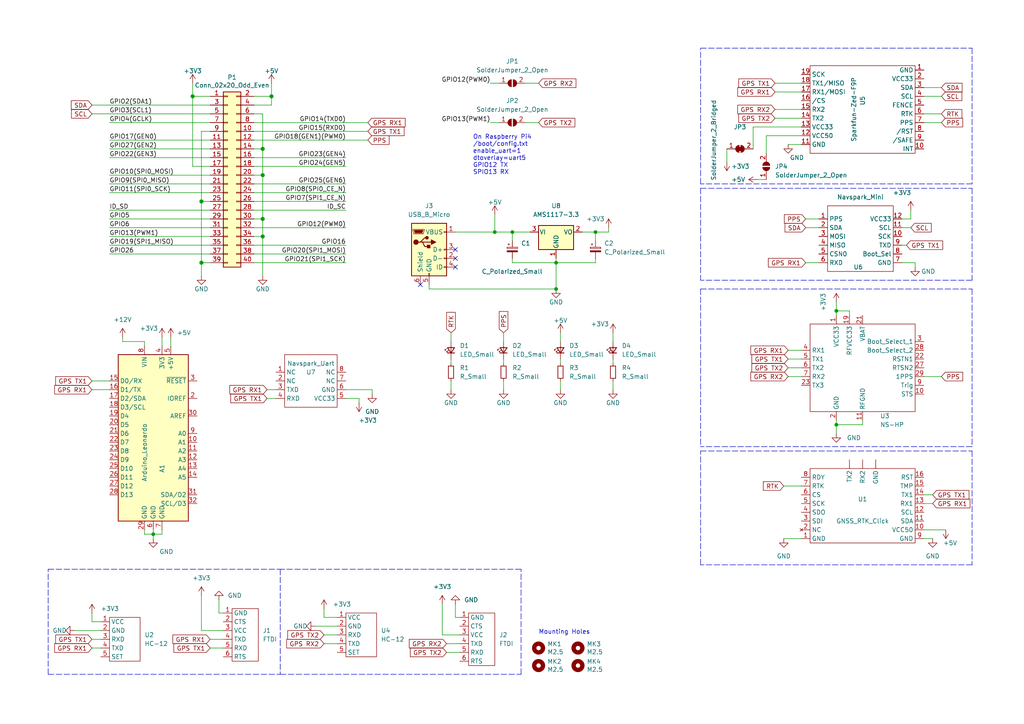
<source format=kicad_sch>
(kicad_sch (version 20211123) (generator eeschema)
  (paper "A4")
  (title_block (title "GNSS Shield") (date "15 nov 2012") (rev "1"))
  (lib_symbols
    (symbol "Connector:USB_B_Micro" (pin_names (offset 1.016))
      (property "Reference" "J" (at -5.08 11.43 0))
      (property "Value" "USB_B_Micro" (at -5.08 8.89 0))
      (symbol "USB_B_Micro_1_1"
        (pin power_out line (at 7.62 5.08 180) (length 2.54) (name "VBUS") (number "1"))
        (pin bidirectional line (at 7.62 -2.54 180) (length 2.54) (name "D-") (number "2"))
        (pin bidirectional line (at 7.62 0 180) (length 2.54) (name "D+") (number "3"))
        (pin passive line (at 7.62 -5.08 180) (length 2.54) (name "ID") (number "4"))
        (pin power_out line (at 0 -10.16 90) (length 2.54) (name "GND") (number "5"))
        (pin passive line (at -2.54 -10.16 90) (length 2.54) (name "Shield") (number "6"))
      )
    )
    (symbol "Connector_Generic:Conn_02x20_Odd_Even" (pin_names (offset 1.016) hide)
      (property "Reference" "J" (at 1.27 25.4 0))
      (property "Value" "Conn_02x20_Odd_Even" (at 1.27 -27.94 0))
      (symbol "Conn_02x20_Odd_Even_1_1"
        (pin passive line (at -5.08 22.86 0) (length 3.81) (name "Pin_1") (number "1"))
        (pin passive line (at 7.62 12.7 180) (length 3.81) (name "Pin_10") (number "10"))
        (pin passive line (at -5.08 10.16 0) (length 3.81) (name "Pin_11") (number "11"))
        (pin passive line (at 7.62 10.16 180) (length 3.81) (name "Pin_12") (number "12"))
        (pin passive line (at -5.08 7.62 0) (length 3.81) (name "Pin_13") (number "13"))
        (pin passive line (at 7.62 7.62 180) (length 3.81) (name "Pin_14") (number "14"))
        (pin passive line (at -5.08 5.08 0) (length 3.81) (name "Pin_15") (number "15"))
        (pin passive line (at 7.62 5.08 180) (length 3.81) (name "Pin_16") (number "16"))
        (pin passive line (at -5.08 2.54 0) (length 3.81) (name "Pin_17") (number "17"))
        (pin passive line (at 7.62 2.54 180) (length 3.81) (name "Pin_18") (number "18"))
        (pin passive line (at -5.08 0 0) (length 3.81) (name "Pin_19") (number "19"))
        (pin passive line (at 7.62 22.86 180) (length 3.81) (name "Pin_2") (number "2"))
        (pin passive line (at 7.62 0 180) (length 3.81) (name "Pin_20") (number "20"))
        (pin passive line (at -5.08 -2.54 0) (length 3.81) (name "Pin_21") (number "21"))
        (pin passive line (at 7.62 -2.54 180) (length 3.81) (name "Pin_22") (number "22"))
        (pin passive line (at -5.08 -5.08 0) (length 3.81) (name "Pin_23") (number "23"))
        (pin passive line (at 7.62 -5.08 180) (length 3.81) (name "Pin_24") (number "24"))
        (pin passive line (at -5.08 -7.62 0) (length 3.81) (name "Pin_25") (number "25"))
        (pin passive line (at 7.62 -7.62 180) (length 3.81) (name "Pin_26") (number "26"))
        (pin passive line (at -5.08 -10.16 0) (length 3.81) (name "Pin_27") (number "27"))
        (pin passive line (at 7.62 -10.16 180) (length 3.81) (name "Pin_28") (number "28"))
        (pin passive line (at -5.08 -12.7 0) (length 3.81) (name "Pin_29") (number "29"))
        (pin passive line (at -5.08 20.32 0) (length 3.81) (name "Pin_3") (number "3"))
        (pin passive line (at 7.62 -12.7 180) (length 3.81) (name "Pin_30") (number "30"))
        (pin passive line (at -5.08 -15.24 0) (length 3.81) (name "Pin_31") (number "31"))
        (pin passive line (at 7.62 -15.24 180) (length 3.81) (name "Pin_32") (number "32"))
        (pin passive line (at -5.08 -17.78 0) (length 3.81) (name "Pin_33") (number "33"))
        (pin passive line (at 7.62 -17.78 180) (length 3.81) (name "Pin_34") (number "34"))
        (pin passive line (at -5.08 -20.32 0) (length 3.81) (name "Pin_35") (number "35"))
        (pin passive line (at 7.62 -20.32 180) (length 3.81) (name "Pin_36") (number "36"))
        (pin passive line (at -5.08 -22.86 0) (length 3.81) (name "Pin_37") (number "37"))
        (pin passive line (at 7.62 -22.86 180) (length 3.81) (name "Pin_38") (number "38"))
        (pin passive line (at -5.08 -25.4 0) (length 3.81) (name "Pin_39") (number "39"))
        (pin passive line (at 7.62 20.32 180) (length 3.81) (name "Pin_4") (number "4"))
        (pin passive line (at 7.62 -25.4 180) (length 3.81) (name "Pin_40") (number "40"))
        (pin passive line (at -5.08 17.78 0) (length 3.81) (name "Pin_5") (number "5"))
        (pin passive line (at 7.62 17.78 180) (length 3.81) (name "Pin_6") (number "6"))
        (pin passive line (at -5.08 15.24 0) (length 3.81) (name "Pin_7") (number "7"))
        (pin passive line (at 7.62 15.24 180) (length 3.81) (name "Pin_8") (number "8"))
        (pin passive line (at -5.08 12.7 0) (length 3.81) (name "Pin_9") (number "9"))
      )
    )
    (symbol "Device:C_Polarized_Small" (pin_numbers hide) (pin_names (offset 0.254) hide)
      (property "Reference" "C" (at 0.254 1.778 0))
      (property "Value" "C_Polarized_Small" (at 0.254 -2.032 0))
      (symbol "C_Polarized_Small_1_1"
        (pin passive line (at 0 2.54 270) (length 1.8542) (name "~") (number "1"))
        (pin passive line (at 0 -2.54 90) (length 1.8542) (name "~") (number "2"))
      )
    )
    (symbol "Device:LED_Small" (pin_numbers hide) (pin_names (offset 0.254) hide)
      (property "Reference" "D" (at -1.27 3.175 0))
      (property "Value" "LED_Small" (at -4.445 -2.54 0))
      (symbol "LED_Small_1_1"
        (pin passive line (at -2.54 0 0) (length 1.778) (name "K") (number "1"))
        (pin passive line (at 2.54 0 180) (length 1.778) (name "A") (number "2"))
      )
    )
    (symbol "Device:R_Small" (pin_numbers hide) (pin_names (offset 0.254) hide)
      (property "Reference" "R" (at 0.762 0.508 0))
      (property "Value" "R_Small" (at 0.762 -1.016 0))
      (symbol "R_Small_1_1"
        (pin passive line (at 0 2.54 270) (length 0.762) (name "~") (number "1"))
        (pin passive line (at 0 -2.54 90) (length 0.762) (name "~") (number "2"))
      )
    )
    (symbol "Jumper:SolderJumper_2_Bridged" (pin_names (offset 0) hide)
      (property "Reference" "JP" (at 0 2.032 0))
      (property "Value" "SolderJumper_2_Bridged" (at 0 -2.54 0))
      (symbol "SolderJumper_2_Bridged_1_1"
        (pin passive line (at -3.81 0 0) (length 2.54) (name "A") (number "1"))
        (pin passive line (at 3.81 0 180) (length 2.54) (name "B") (number "2"))
      )
    )
    (symbol "Jumper:SolderJumper_2_Open" (pin_names (offset 0) hide)
      (property "Reference" "JP" (at 0 2.032 0))
      (property "Value" "SolderJumper_2_Open" (at 0 -2.54 0))
      (symbol "SolderJumper_2_Open_1_1"
        (pin passive line (at -3.81 0 0) (length 2.54) (name "A") (number "1"))
        (pin passive line (at 3.81 0 180) (length 2.54) (name "B") (number "2"))
      )
    )
    (symbol "MCU_Module:Arduino_Leonardo"
      (property "Reference" "A" (at -10.16 23.495 0))
      (property "Value" "Arduino_Leonardo" (at 5.08 -26.67 0))
      (symbol "Arduino_Leonardo_1_1"
        (pin no_connect line (at -10.16 -20.32 0) (length 2.54) hide (name "NC") (number "1"))
        (pin bidirectional line (at 12.7 -2.54 180) (length 2.54) (name "A1") (number "10"))
        (pin bidirectional line (at 12.7 -5.08 180) (length 2.54) (name "A2") (number "11"))
        (pin bidirectional line (at 12.7 -7.62 180) (length 2.54) (name "A3") (number "12"))
        (pin bidirectional line (at 12.7 -10.16 180) (length 2.54) (name "A4") (number "13"))
        (pin bidirectional line (at 12.7 -12.7 180) (length 2.54) (name "A5") (number "14"))
        (pin bidirectional line (at -12.7 15.24 0) (length 2.54) (name "D0/RX") (number "15"))
        (pin bidirectional line (at -12.7 12.7 0) (length 2.54) (name "D1/TX") (number "16"))
        (pin bidirectional line (at -12.7 10.16 0) (length 2.54) (name "D2/SDA") (number "17"))
        (pin bidirectional line (at -12.7 7.62 0) (length 2.54) (name "D3/SCL") (number "18"))
        (pin bidirectional line (at -12.7 5.08 0) (length 2.54) (name "D4") (number "19"))
        (pin output line (at 12.7 10.16 180) (length 2.54) (name "IOREF") (number "2"))
        (pin bidirectional line (at -12.7 2.54 0) (length 2.54) (name "D5") (number "20"))
        (pin bidirectional line (at -12.7 0 0) (length 2.54) (name "D6") (number "21"))
        (pin bidirectional line (at -12.7 -2.54 0) (length 2.54) (name "D7") (number "22"))
        (pin bidirectional line (at -12.7 -5.08 0) (length 2.54) (name "D8") (number "23"))
        (pin bidirectional line (at -12.7 -7.62 0) (length 2.54) (name "D9") (number "24"))
        (pin bidirectional line (at -12.7 -10.16 0) (length 2.54) (name "D10") (number "25"))
        (pin bidirectional line (at -12.7 -12.7 0) (length 2.54) (name "D11") (number "26"))
        (pin bidirectional line (at -12.7 -15.24 0) (length 2.54) (name "D12") (number "27"))
        (pin bidirectional line (at -12.7 -17.78 0) (length 2.54) (name "D13") (number "28"))
        (pin power_in line (at -2.54 -27.94 90) (length 2.54) (name "GND") (number "29"))
        (pin input line (at 12.7 15.24 180) (length 2.54) (name "~{RESET}") (number "3"))
        (pin input line (at 12.7 5.08 180) (length 2.54) (name "AREF") (number "30"))
        (pin bidirectional line (at 12.7 -17.78 180) (length 2.54) (name "SDA/D2") (number "31"))
        (pin bidirectional line (at 12.7 -20.32 180) (length 2.54) (name "SCL/D3") (number "32"))
        (pin power_out line (at 2.54 25.4 270) (length 2.54) (name "3V3") (number "4"))
        (pin power_out line (at 5.08 25.4 270) (length 2.54) (name "+5V") (number "5"))
        (pin power_in line (at 0 -27.94 90) (length 2.54) (name "GND") (number "6"))
        (pin power_in line (at 2.54 -27.94 90) (length 2.54) (name "GND") (number "7"))
        (pin power_in line (at -2.54 25.4 270) (length 2.54) (name "VIN") (number "8"))
        (pin bidirectional line (at 12.7 0 180) (length 2.54) (name "A0") (number "9"))
      )
    )
    (symbol "Mechanical:MountingHole" (pin_names (offset 1.016))
      (property "Reference" "H" (at 0 5.08 0))
      (property "Value" "MountingHole" (at 0 3.175 0))
    )
    (symbol "Modules:FTDI"
      (property "Reference" "J" (at 2.54 2.54 90))
      (property "Value" "FTDI" (at 2.54 -2.54 90))
      (symbol "FTDI_1_1"
        (pin passive line (at -6.35 6.35 0) (length 2.54) (name "GND") (number "1"))
        (pin passive line (at -6.35 3.81 0) (length 2.54) (name "CTS") (number "2"))
        (pin passive line (at -6.35 1.27 0) (length 2.54) (name "VCC") (number "3"))
        (pin passive line (at -6.35 -1.27 0) (length 2.54) (name "TXD") (number "4"))
        (pin passive line (at -6.35 -3.81 0) (length 2.54) (name "RXD") (number "5"))
        (pin passive line (at -6.35 -6.35 0) (length 2.54) (name "RTS") (number "6"))
      )
    )
    (symbol "Modules:GNSS_RTK_Click"
      (property "Reference" "U" (at 0 -2.54 0))
      (property "Value" "GNSS_RTK_Click" (at 0 2.54 0))
      (symbol "GNSS_RTK_Click_1_1"
        (pin input line (at 3.81 13.97 270) (length 2.54) (name "GND") (number ""))
        (pin input line (at 0 13.97 270) (length 2.54) (name "RX2") (number ""))
        (pin input line (at -3.81 13.97 270) (length 2.54) (name "TX2") (number ""))
        (pin power_in line (at -17.78 -8.89 0) (length 2.54) (name "GND") (number "1"))
        (pin power_in line (at 17.78 -6.35 180) (length 2.54) (name "VCC50") (number "10"))
        (pin input line (at 17.78 -3.81 180) (length 2.54) (name "SDA") (number "11"))
        (pin input line (at 17.78 -1.27 180) (length 2.54) (name "SCL") (number "12"))
        (pin input line (at 17.78 1.27 180) (length 2.54) (name "RX1") (number "13"))
        (pin input line (at 17.78 3.81 180) (length 2.54) (name "TX1") (number "14"))
        (pin input line (at 17.78 6.35 180) (length 2.54) (name "TMP") (number "15"))
        (pin input line (at 17.78 8.89 180) (length 2.54) (name "RST") (number "16"))
        (pin no_connect line (at -17.78 -6.35 0) (length 2.54) (name "NC") (number "2"))
        (pin input line (at -17.78 -3.81 0) (length 2.54) (name "SDI") (number "3"))
        (pin output line (at -17.78 -1.27 0) (length 2.54) (name "SDO") (number "4"))
        (pin input line (at -17.78 1.27 0) (length 2.54) (name "SCK") (number "5"))
        (pin input line (at -17.78 3.81 0) (length 2.54) (name "CS") (number "6"))
        (pin output line (at -17.78 6.35 0) (length 2.54) (name "RTK") (number "7"))
        (pin output line (at -17.78 8.89 0) (length 2.54) (name "RDY") (number "8"))
        (pin power_in line (at 17.78 -8.89 180) (length 2.54) (name "GND") (number "9"))
      )
    )
    (symbol "Modules:HC-12"
      (property "Reference" "U" (at 2.54 3.81 90))
      (property "Value" "HC-12" (at 2.54 -1.27 90))
      (symbol "HC-12_1_1"
        (pin passive line (at -7.62 5.08 0) (length 2.54) (name "VCC") (number "1"))
        (pin passive line (at -7.62 2.54 0) (length 2.54) (name "GND") (number "2"))
        (pin passive line (at -7.62 0 0) (length 2.54) (name "RXD") (number "3"))
        (pin passive line (at -7.62 -2.54 0) (length 2.54) (name "TXD") (number "4"))
        (pin passive line (at -7.62 -5.08 0) (length 2.54) (name "SET") (number "5"))
      )
    )
    (symbol "Modules:NS-HP" (in_bom no)
      (property "Reference" "U" (at 3.81 -13.97 0))
      (property "Value" "NS-HP" (at 6.35 13.97 0))
      (symbol "NS-HP_1_1"
        (pin power_in line (at -7.62 15.24 270) (length 2.54) (name "VCC33") (number "1"))
        (pin output line (at 17.78 -7.62 180) (length 2.54) (name "STS") (number "10"))
        (pin power_in line (at 0 -15.24 90) (length 2.54) (name "RFGND") (number "11"))
        (pin passive line (at 0 -15.24 90) (length 2.54) hide (name "RFGND") (number "12"))
        (pin no_connect line (at 11.43 -11.43 180) (length 2.54) hide (name "NC") (number "13"))
        (pin no_connect line (at 11.43 -13.97 180) (length 2.54) hide (name "NC") (number "14"))
        (pin no_connect line (at 11.43 -16.51 180) (length 2.54) hide (name "NC") (number "15"))
        (pin passive line (at 0 -15.24 90) (length 2.54) hide (name "RFGND") (number "16"))
        (pin passive line (at 0 -15.24 90) (length 2.54) hide (name "RFGND") (number "17"))
        (pin passive line (at 0 -15.24 90) (length 2.54) hide (name "RFGND") (number "18"))
        (pin power_in line (at -3.81 15.24 270) (length 2.54) (name "RFVCC33") (number "19"))
        (pin power_in line (at -7.62 -15.24 90) (length 2.54) (name "GND") (number "2"))
        (pin passive line (at -3.81 15.24 270) (length 2.54) hide (name "RFVCC33") (number "20"))
        (pin power_in line (at 0 15.24 270) (length 2.54) (name "VBAT") (number "21"))
        (pin input line (at 17.78 2.54 180) (length 2.54) (name "RSTN1") (number "22"))
        (pin output line (at -17.78 -5.08 0) (length 2.54) (name "TX3") (number "23"))
        (pin no_connect line (at 11.43 -24.13 180) (length 2.54) hide (name "NC") (number "24"))
        (pin passive line (at -7.62 15.24 270) (length 2.54) hide (name "VCC33") (number "25"))
        (pin no_connect line (at 11.43 -19.05 180) (length 2.54) hide (name "NC") (number "26"))
        (pin input line (at 17.78 0 180) (length 2.54) (name "RTSN2") (number "27"))
        (pin input line (at 17.78 5.08 180) (length 2.54) (name "Boot_Select_2") (number "28"))
        (pin output line (at 17.78 -2.54 180) (length 2.54) (name "1PPS") (number "29"))
        (pin input line (at 17.78 7.62 180) (length 2.54) (name "Boot_Select_1") (number "3"))
        (pin passive line (at -7.62 -15.24 90) (length 2.54) hide (name "GND") (number "30"))
        (pin input line (at -17.78 5.08 0) (length 2.54) (name "RX1") (number "4"))
        (pin output line (at -17.78 2.54 0) (length 2.54) (name "TX1") (number "5"))
        (pin output line (at -17.78 0 0) (length 2.54) (name "TX2") (number "6"))
        (pin input line (at -17.78 -2.54 0) (length 2.54) (name "RX2") (number "7"))
        (pin no_connect line (at 11.43 -21.59 180) (length 2.54) hide (name "NC") (number "8"))
        (pin input line (at 17.78 -5.08 180) (length 2.54) (name "Trig") (number "9"))
      )
    )
    (symbol "Modules:Navspark_Mini"
      (property "Reference" "U" (at 0 -7.62 0))
      (property "Value" "Navspark_Mini" (at 0 8.89 0))
      (symbol "Navspark_Mini_1_1"
        (pin input line (at -11.43 6.35 0) (length 2.54) (name "PPS") (number "1"))
        (pin input line (at 12.7 1.27 180) (length 2.54) (name "SCK") (number "10"))
        (pin input line (at 12.7 3.81 180) (length 2.54) (name "SCL") (number "11"))
        (pin input line (at 12.7 6.35 180) (length 2.54) (name "VCC33") (number "12"))
        (pin input line (at -11.43 3.81 0) (length 2.54) (name "SDA") (number "2"))
        (pin input line (at -11.43 1.27 0) (length 2.54) (name "MOSI") (number "3"))
        (pin input line (at -11.43 -1.27 0) (length 2.54) (name "MISO") (number "4"))
        (pin input line (at -11.43 -3.81 0) (length 2.54) (name "CSN0") (number "5"))
        (pin input line (at -11.43 -6.35 0) (length 2.54) (name "RXD") (number "6"))
        (pin input line (at 12.7 -6.35 180) (length 2.54) (name "GND") (number "7"))
        (pin input line (at 12.7 -3.81 180) (length 2.54) (name "Boot_Sel") (number "8"))
        (pin input line (at 12.7 -1.27 180) (length 2.54) (name "TXD") (number "9"))
      )
    )
    (symbol "Modules:Navspark_Uart"
      (property "Reference" "U" (at 0 -5.08 0))
      (property "Value" "Navspark_Uart" (at 0 7.62 0))
      (symbol "Navspark_Uart_1_1"
        (pin input line (at -10.16 3.81 0) (length 2.54) (name "NC") (number "1"))
        (pin input line (at -10.16 1.27 0) (length 2.54) (name "NC") (number "2"))
        (pin input line (at -10.16 -1.27 0) (length 2.54) (name "TXD") (number "3"))
        (pin input line (at -10.16 -3.81 0) (length 2.54) (name "RXD") (number "4"))
        (pin input line (at 10.16 -3.81 180) (length 2.54) (name "VCC33") (number "5"))
        (pin input line (at 10.16 -1.27 180) (length 2.54) (name "GND") (number "6"))
        (pin input line (at 10.16 1.27 180) (length 2.54) (name "NC") (number "7"))
        (pin input line (at 10.16 3.81 180) (length 2.54) (name "NC") (number "8"))
      )
    )
    (symbol "Modules:Sparkfun-Zed-F9P"
      (property "Reference" "U" (at 0 -2.54 0))
      (property "Value" "Sparkfun-Zed-F9P" (at 0 2.54 0))
      (symbol "Sparkfun-Zed-F9P_1_1"
        (pin input line (at 17.78 11.43 180) (length 2.54) (name "GND") (number "1"))
        (pin input line (at 17.78 -11.43 180) (length 2.54) (name "INT") (number "10"))
        (pin input line (at -17.78 -10.16 0) (length 2.54) (name "GND") (number "11"))
        (pin input line (at -17.78 -7.62 0) (length 2.54) (name "VCC50") (number "12"))
        (pin input line (at -17.78 -5.08 0) (length 2.54) (name "VCC33") (number "13"))
        (pin input line (at -17.78 -2.54 0) (length 2.54) (name "TX2") (number "14"))
        (pin input line (at -17.78 0 0) (length 2.54) (name "RX2") (number "15"))
        (pin input line (at -17.78 2.54 0) (length 2.54) (name "/CS") (number "16"))
        (pin input line (at -17.78 5.08 0) (length 2.54) (name "RX1/MOSI") (number "17"))
        (pin input line (at -17.78 7.62 0) (length 2.54) (name "TX1/MISO") (number "18"))
        (pin input line (at -17.78 10.16 0) (length 2.54) (name "SCK") (number "19"))
        (pin input line (at 17.78 8.89 180) (length 2.54) (name "VCC33") (number "2"))
        (pin input line (at 17.78 6.35 180) (length 2.54) (name "SDA") (number "3"))
        (pin input line (at 17.78 3.81 180) (length 2.54) (name "SCL") (number "4"))
        (pin input line (at 17.78 1.27 180) (length 2.54) (name "FENCE") (number "5"))
        (pin input line (at 17.78 -1.27 180) (length 2.54) (name "RTK") (number "6"))
        (pin input line (at 17.78 -3.81 180) (length 2.54) (name "PPS") (number "7"))
        (pin input line (at 17.78 -6.35 180) (length 2.54) (name "/RST") (number "8"))
        (pin input line (at 17.78 -8.89 180) (length 2.54) (name "/SAFE") (number "9"))
      )
    )
    (symbol "Regulator_Linear:AMS1117-3.3" (pin_names (offset 0.254))
      (property "Reference" "U" (at -3.81 3.175 0))
      (property "Value" "AMS1117-3.3" (at 0 3.175 0))
      (symbol "AMS1117-3.3_1_1"
        (pin power_in line (at 0 -7.62 90) (length 2.54) (name "GND") (number "1"))
        (pin power_out line (at 7.62 0 180) (length 2.54) (name "VO") (number "2"))
        (pin power_in line (at -7.62 0 0) (length 2.54) (name "VI") (number "3"))
      )
    )
    (symbol "power:+12V" (power) (pin_names (offset 0))
      (property "Value" "+12V" (at 0 3.556 0))
      (symbol "+12V_1_1"
        (pin power_in line (at 0 0 90) (length 0) hide (name "+12V") (number "1"))
      )
    )
    (symbol "power:+3.3V" (power) (pin_names (offset 0))
      (property "Value" "+3.3V" (at 0 3.556 0))
      (symbol "+3.3V_1_1"
        (pin power_in line (at 0 0 90) (length 0) hide (name "+3V3") (number "1"))
      )
    )
    (symbol "power:+5V" (power) (pin_names (offset 0))
      (property "Value" "+5V" (at 0 3.556 0))
      (symbol "+5V_1_1"
        (pin power_in line (at 0 0 90) (length 0) hide (name "+5V") (number "1"))
      )
    )
    (symbol "power:GND" (power) (pin_names (offset 0))
      (property "Value" "GND" (at 0 -3.81 0))
      (symbol "GND_1_1"
        (pin power_in line (at 0 0 270) (length 0) hide (name "GND") (number "1"))
      )
    )
  )
  (junction (at 76.2 63.5) (diameter 1.016))
  (junction (at 242.57 123.19))
  (junction (at 76.2 50.8) (diameter 1.016))
  (junction (at 76.2 43.18) (diameter 1.016))
  (junction (at 242.57 90.17))
  (junction (at 76.2 68.58) (diameter 1.016))
  (junction (at 161.29 76.2))
  (junction (at 143.51 67.31))
  (junction (at 55.88 27.94) (diameter 1.016))
  (junction (at 44.45 154.94))
  (junction (at 58.42 58.42) (diameter 1.016))
  (junction (at 172.72 67.31))
  (junction (at 58.42 76.2) (diameter 1.016))
  (junction (at 148.59 67.31))
  (junction (at 161.29 83.82))
  (junction (at 78.74 27.94) (diameter 1.016))
  (no_connect (at 121.92 82.55))
  (no_connect (at 132.08 72.39))
  (no_connect (at 132.08 74.93))
  (no_connect (at 132.08 77.47))
  (wire (pts (xy 267.97 153.67) (xy 274.32 153.67)))
  (wire (pts (xy 172.72 67.31) (xy 168.91 67.31)))
  (wire (pts (xy 143.51 67.31) (xy 148.59 67.31)))
  (wire (pts (xy 143.51 62.23) (xy 143.51 67.31)))
  (wire (pts (xy 148.59 67.31) (xy 148.59 69.85)))
  (wire (pts (xy 55.88 27.94) (xy 60.96 27.94)))
  (wire (pts (xy 46.99 153.67) (xy 46.99 154.94)))
  (wire (pts (xy 146.05 96.52) (xy 146.05 99.06)))
  (wire (pts (xy 129.54 186.69) (xy 133.35 186.69)))
  (wire (pts (xy 77.47 113.03) (xy 80.01 113.03)))
  (wire (pts (xy 265.43 76.2) (xy 261.62 76.2)))
  (wire (pts (xy 73.66 71.12) (xy 100.33 71.12)))
  (wire (pts (xy 267.97 143.51) (xy 270.51 143.51)))
  (wire (pts (xy 78.74 27.94) (xy 78.74 30.48)))
  (wire (pts (xy 146.05 104.14) (xy 146.05 105.41)))
  (polyline (pts (xy 151.13 165.1) (xy 81.28 165.1)))
  (wire (pts (xy 97.79 179.07) (xy 93.98 179.07)))
  (wire (pts (xy 130.81 96.52) (xy 130.81 99.06)))
  (wire (pts (xy 177.8 110.49) (xy 177.8 113.03)))
  (wire (pts (xy 35.56 97.79) (xy 35.56 99.06)))
  (wire (pts (xy 224.79 31.75) (xy 232.41 31.75)))
  (wire (pts (xy 64.77 177.8) (xy 63.5 177.8)))
  (wire (pts (xy 26.67 180.34) (xy 26.67 177.8)))
  (polyline (pts (xy 203.2 130.81) (xy 281.94 130.81)))
  (wire (pts (xy 76.2 43.18) (xy 76.2 50.8)))
  (wire (pts (xy 133.35 179.07) (xy 132.08 179.07)))
  (wire (pts (xy 73.66 35.56) (xy 106.68 35.56)))
  (wire (pts (xy 222.25 39.37) (xy 232.41 39.37)))
  (wire (pts (xy 228.6 101.6) (xy 232.41 101.6)))
  (wire (pts (xy 64.77 182.88) (xy 58.42 182.88)))
  (wire (pts (xy 219.71 52.07) (xy 222.25 52.07)))
  (wire (pts (xy 233.68 76.2) (xy 237.49 76.2)))
  (wire (pts (xy 222.25 44.45) (xy 222.25 39.37)))
  (wire (pts (xy 26.67 110.49) (xy 31.75 110.49)))
  (wire (pts (xy 124.46 82.55) (xy 124.46 83.82)))
  (wire (pts (xy 100.33 113.03) (xy 107.95 113.03)))
  (wire (pts (xy 265.43 77.47) (xy 265.43 76.2)))
  (wire (pts (xy 218.44 36.83) (xy 218.44 43.18)))
  (wire (pts (xy 76.2 33.02) (xy 73.66 33.02)))
  (wire (pts (xy 73.66 66.04) (xy 100.33 66.04)))
  (wire (pts (xy 31.75 53.34) (xy 60.96 53.34)))
  (polyline (pts (xy 281.94 129.54) (xy 203.2 129.54)))
  (polyline (pts (xy 203.2 54.61) (xy 281.94 54.61)))
  (wire (pts (xy 124.46 83.82) (xy 161.29 83.82)))
  (wire (pts (xy 60.96 60.96) (xy 31.75 60.96)))
  (polyline (pts (xy 281.94 163.83) (xy 203.2 163.83)))
  (wire (pts (xy 76.2 43.18) (xy 73.66 43.18)))
  (wire (pts (xy 227.33 156.21) (xy 232.41 156.21)))
  (wire (pts (xy 55.88 27.94) (xy 55.88 48.26)))
  (wire (pts (xy 130.81 104.14) (xy 130.81 105.41)))
  (wire (pts (xy 31.75 63.5) (xy 60.96 63.5)))
  (polyline (pts (xy 13.97 195.58) (xy 81.28 195.58)))
  (wire (pts (xy 261.62 66.04) (xy 264.16 66.04)))
  (wire (pts (xy 233.68 63.5) (xy 237.49 63.5)))
  (wire (pts (xy 58.42 38.1) (xy 60.96 38.1)))
  (polyline (pts (xy 81.28 195.58) (xy 151.13 195.58)))
  (wire (pts (xy 104.14 115.57) (xy 104.14 116.84)))
  (wire (pts (xy 76.2 50.8) (xy 73.66 50.8)))
  (wire (pts (xy 177.8 104.14) (xy 177.8 105.41)))
  (wire (pts (xy 26.67 30.48) (xy 60.96 30.48)))
  (wire (pts (xy 73.66 76.2) (xy 100.33 76.2)))
  (polyline (pts (xy 13.97 165.1) (xy 81.28 165.1)))
  (wire (pts (xy 41.91 99.06) (xy 41.91 100.33)))
  (wire (pts (xy 242.57 87.63) (xy 242.57 90.17)))
  (wire (pts (xy 21.59 182.88) (xy 29.21 182.88)))
  (wire (pts (xy 128.27 184.15) (xy 128.27 175.26)))
  (wire (pts (xy 31.75 71.12) (xy 60.96 71.12)))
  (wire (pts (xy 107.95 113.03) (xy 107.95 114.3)))
  (wire (pts (xy 31.75 45.72) (xy 60.96 45.72)))
  (wire (pts (xy 91.44 181.61) (xy 97.79 181.61)))
  (wire (pts (xy 73.66 58.42) (xy 100.33 58.42)))
  (wire (pts (xy 35.56 99.06) (xy 41.91 99.06)))
  (wire (pts (xy 31.75 73.66) (xy 60.96 73.66)))
  (wire (pts (xy 129.54 189.23) (xy 133.35 189.23)))
  (wire (pts (xy 242.57 121.92) (xy 242.57 123.19)))
  (wire (pts (xy 172.72 76.2) (xy 172.72 74.93)))
  (wire (pts (xy 162.56 96.52) (xy 162.56 99.06)))
  (wire (pts (xy 73.66 48.26) (xy 100.33 48.26)))
  (wire (pts (xy 55.88 48.26) (xy 60.96 48.26)))
  (wire (pts (xy 148.59 76.2) (xy 161.29 76.2)))
  (wire (pts (xy 267.97 35.56) (xy 273.05 35.56)))
  (wire (pts (xy 63.5 177.8) (xy 63.5 173.99)))
  (wire (pts (xy 44.45 153.67) (xy 44.45 154.94)))
  (wire (pts (xy 60.96 50.8) (xy 31.75 50.8)))
  (wire (pts (xy 26.67 33.02) (xy 60.96 33.02)))
  (wire (pts (xy 49.53 97.79) (xy 49.53 100.33)))
  (wire (pts (xy 76.2 63.5) (xy 76.2 68.58)))
  (wire (pts (xy 58.42 58.42) (xy 58.42 76.2)))
  (wire (pts (xy 100.33 115.57) (xy 104.14 115.57)))
  (wire (pts (xy 46.99 154.94) (xy 44.45 154.94)))
  (wire (pts (xy 228.6 109.22) (xy 232.41 109.22)))
  (wire (pts (xy 78.74 27.94) (xy 73.66 27.94)))
  (wire (pts (xy 130.81 110.49) (xy 130.81 113.03)))
  (wire (pts (xy 246.38 90.17) (xy 242.57 90.17)))
  (wire (pts (xy 228.6 104.14) (xy 232.41 104.14)))
  (polyline (pts (xy 13.97 195.58) (xy 13.97 165.1)))
  (wire (pts (xy 78.74 30.48) (xy 73.66 30.48)))
  (wire (pts (xy 224.79 26.67) (xy 232.41 26.67)))
  (wire (pts (xy 228.6 41.91) (xy 232.41 41.91)))
  (wire (pts (xy 146.05 110.49) (xy 146.05 113.03)))
  (wire (pts (xy 161.29 74.93) (xy 161.29 76.2)))
  (wire (pts (xy 133.35 184.15) (xy 128.27 184.15)))
  (wire (pts (xy 58.42 76.2) (xy 60.96 76.2)))
  (wire (pts (xy 93.98 186.69) (xy 97.79 186.69)))
  (wire (pts (xy 161.29 76.2) (xy 172.72 76.2)))
  (wire (pts (xy 162.56 110.49) (xy 162.56 113.03)))
  (wire (pts (xy 58.42 38.1) (xy 58.42 58.42)))
  (wire (pts (xy 26.67 187.96) (xy 29.21 187.96)))
  (wire (pts (xy 148.59 67.31) (xy 153.67 67.31)))
  (wire (pts (xy 228.6 106.68) (xy 232.41 106.68)))
  (wire (pts (xy 73.66 53.34) (xy 100.33 53.34)))
  (wire (pts (xy 224.79 24.13) (xy 232.41 24.13)))
  (wire (pts (xy 132.08 67.31) (xy 143.51 67.31)))
  (wire (pts (xy 227.33 140.97) (xy 232.41 140.97)))
  (wire (pts (xy 161.29 83.82) (xy 161.29 76.2)))
  (wire (pts (xy 176.53 66.04) (xy 176.53 67.31)))
  (wire (pts (xy 261.62 71.12) (xy 262.89 71.12)))
  (wire (pts (xy 60.96 185.42) (xy 64.77 185.42)))
  (wire (pts (xy 232.41 36.83) (xy 218.44 36.83)))
  (wire (pts (xy 76.2 33.02) (xy 76.2 43.18)))
  (wire (pts (xy 210.82 43.18) (xy 210.82 46.99)))
  (wire (pts (xy 76.2 63.5) (xy 73.66 63.5)))
  (wire (pts (xy 46.99 97.79) (xy 46.99 100.33)))
  (wire (pts (xy 76.2 68.58) (xy 76.2 80.01)))
  (wire (pts (xy 31.75 55.88) (xy 60.96 55.88)))
  (wire (pts (xy 76.2 68.58) (xy 73.66 68.58)))
  (wire (pts (xy 31.75 66.04) (xy 60.96 66.04)))
  (wire (pts (xy 60.96 187.96) (xy 64.77 187.96)))
  (wire (pts (xy 267.97 109.22) (xy 273.05 109.22)))
  (wire (pts (xy 31.75 35.56) (xy 60.96 35.56)))
  (wire (pts (xy 93.98 179.07) (xy 93.98 176.53)))
  (wire (pts (xy 132.08 179.07) (xy 132.08 175.26)))
  (wire (pts (xy 176.53 67.31) (xy 172.72 67.31)))
  (wire (pts (xy 44.45 154.94) (xy 44.45 156.21)))
  (wire (pts (xy 26.67 185.42) (xy 29.21 185.42)))
  (wire (pts (xy 31.75 43.18) (xy 60.96 43.18)))
  (wire (pts (xy 58.42 76.2) (xy 58.42 80.01)))
  (polyline (pts (xy 281.94 54.61) (xy 281.94 81.28)))
  (wire (pts (xy 148.59 74.93) (xy 148.59 76.2)))
  (wire (pts (xy 93.98 184.15) (xy 97.79 184.15)))
  (wire (pts (xy 76.2 50.8) (xy 76.2 63.5)))
  (wire (pts (xy 73.66 38.1) (xy 106.68 38.1)))
  (wire (pts (xy 246.38 91.44) (xy 246.38 90.17)))
  (polyline (pts (xy 203.2 163.83) (xy 203.2 130.81)))
  (wire (pts (xy 177.8 96.52) (xy 177.8 99.06)))
  (wire (pts (xy 73.66 60.96) (xy 100.33 60.96)))
  (wire (pts (xy 41.91 154.94) (xy 44.45 154.94)))
  (wire (pts (xy 267.97 146.05) (xy 270.51 146.05)))
  (polyline (pts (xy 281.94 130.81) (xy 281.94 163.83)))
  (wire (pts (xy 29.21 180.34) (xy 26.67 180.34)))
  (wire (pts (xy 55.88 24.13) (xy 55.88 27.94)))
  (wire (pts (xy 73.66 40.64) (xy 106.68 40.64)))
  (polyline (pts (xy 203.2 53.34) (xy 203.2 13.97)))
  (wire (pts (xy 242.57 90.17) (xy 242.57 91.44)))
  (wire (pts (xy 142.24 24.13) (xy 144.78 24.13)))
  (wire (pts (xy 26.67 113.03) (xy 31.75 113.03)))
  (wire (pts (xy 73.66 55.88) (xy 100.33 55.88)))
  (wire (pts (xy 267.97 156.21) (xy 270.51 156.21)))
  (wire (pts (xy 264.16 63.5) (xy 264.16 60.96)))
  (polyline (pts (xy 203.2 13.97) (xy 281.94 13.97)))
  (wire (pts (xy 152.4 35.56) (xy 156.21 35.56)))
  (wire (pts (xy 77.47 115.57) (xy 80.01 115.57)))
  (polyline (pts (xy 81.28 165.1) (xy 81.28 195.58)))
  (polyline (pts (xy 203.2 83.82) (xy 281.94 83.82)))
  (wire (pts (xy 172.72 69.85) (xy 172.72 67.31)))
  (wire (pts (xy 73.66 45.72) (xy 100.33 45.72)))
  (wire (pts (xy 60.96 40.64) (xy 31.75 40.64)))
  (polyline (pts (xy 281.94 53.34) (xy 203.2 53.34)))
  (wire (pts (xy 250.19 123.19) (xy 250.19 121.92)))
  (wire (pts (xy 224.79 34.29) (xy 232.41 34.29)))
  (polyline (pts (xy 203.2 83.82) (xy 203.2 129.54)))
  (wire (pts (xy 152.4 24.13) (xy 156.21 24.13)))
  (wire (pts (xy 73.66 73.66) (xy 100.33 73.66)))
  (wire (pts (xy 142.24 35.56) (xy 144.78 35.56)))
  (polyline (pts (xy 281.94 81.28) (xy 203.2 81.28)))
  (wire (pts (xy 58.42 58.42) (xy 60.96 58.42)))
  (wire (pts (xy 78.74 24.13) (xy 78.74 27.94)))
  (wire (pts (xy 261.62 63.5) (xy 264.16 63.5)))
  (wire (pts (xy 267.97 33.02) (xy 273.05 33.02)))
  (wire (pts (xy 162.56 104.14) (xy 162.56 105.41)))
  (polyline (pts (xy 151.13 195.58) (xy 151.13 165.1)))
  (wire (pts (xy 233.68 66.04) (xy 237.49 66.04)))
  (wire (pts (xy 267.97 27.94) (xy 273.05 27.94)))
  (wire (pts (xy 242.57 123.19) (xy 250.19 123.19)))
  (wire (pts (xy 58.42 182.88) (xy 58.42 172.72)))
  (polyline (pts (xy 203.2 54.61) (xy 203.2 81.28)))
  (polyline (pts (xy 281.94 13.97) (xy 281.94 53.34)))
  (wire (pts (xy 242.57 123.19) (xy 242.57 125.73)))
  (polyline (pts (xy 281.94 83.82) (xy 281.94 129.54)))
  (wire (pts (xy 267.97 25.4) (xy 273.05 25.4)))
  (wire (pts (xy 60.96 68.58) (xy 31.75 68.58)))
  (wire (pts (xy 41.91 153.67) (xy 41.91 154.94)))
  (text "Mounting Holes" (at 156.21 184.15 0) (effects (font (size 1.27 1.27)) (justify left bottom)))
  (text "On Raspberry Pi4\n/boot/config.txt\nenable_uart=1\ndtoverlay=uart5\nGPIO12 TX\nSPIO13 RX" (at 137.16 50.8 0) (effects (font (size 1.27 1.27)) (justify left bottom)))
  (label "GPIO5" (at 31.75 63.5 0))
  (label "GPIO13(PWM1)" (at 31.75 68.58 0))
  (label "GPIO7(SPI1_CE_N)" (at 100.33 58.42 180))
  (label "GPIO25(GEN6)" (at 100.33 53.34 180))
  (label "ID_SD" (at 31.75 60.96 0))
  (label "GPIO17(GEN0)" (at 31.75 40.64 0))
  (label "GPIO20(SPI1_MOSI)" (at 100.33 73.66 180))
  (label "GPIO15(RXD0)" (at 100.33 38.1 180))
  (label "ID_SC" (at 100.33 60.96 180))
  (label "GPIO4(GCLK)" (at 31.75 35.56 0))
  (label "GPIO19(SPI1_MISO)" (at 31.75 71.12 0))
  (label "GPIO16" (at 100.33 71.12 180))
  (label "GPIO21(SPI1_SCK)" (at 100.33 76.2 180))
  (label "GPIO14(TXD0)" (at 100.33 35.56 180))
  (label "GPIO3(SCL1)" (at 31.75 33.02 0))
  (label "GPIO12(PWM0)" (at 142.24 24.13 180))
  (label "GPIO8(SPI0_CE_N)" (at 100.33 55.88 180))
  (label "GPIO6" (at 31.75 66.04 0))
  (label "GPIO27(GEN2)" (at 31.75 43.18 0))
  (label "GPIO26" (at 31.75 73.66 0))
  (label "GPIO24(GEN5)" (at 100.33 48.26 180))
  (label "GPIO18(GEN1)(PWM0)" (at 100.33 40.64 180))
  (label "GPIO23(GEN4)" (at 100.33 45.72 180))
  (label "GPIO9(SPI0_MISO)" (at 31.75 53.34 0))
  (label "GPIO10(SPI0_MOSI)" (at 31.75 50.8 0))
  (label "GPIO12(PWM0)" (at 100.33 66.04 180))
  (label "GPIO13(PWM1)" (at 142.24 35.56 180))
  (label "GPIO2(SDA1)" (at 31.75 30.48 0))
  (label "GPIO22(GEN3)" (at 31.75 45.72 0))
  (label "GPIO11(SPI0_SCK)" (at 31.75 55.88 0))
  (global_label "GPS TX1" (shape input) (at 228.6 104.14 180) (property "Intersheet References" "${INTERSHEET_REFS}" (effects hide)))
  (global_label "GPS RX2" (shape input) (at 156.21 24.13 0) (property "Intersheet References" "${INTERSHEET_REFS}" (effects hide)))
  (global_label "GPS TX2" (shape input) (at 93.98 184.15 180) (property "Intersheet References" "${INTERSHEET_REFS}" (effects hide)))
  (global_label "GPS RX1" (shape input) (at 270.51 146.05 0) (property "Intersheet References" "${INTERSHEET_REFS}" (effects hide)))
  (global_label "GPS TX1" (shape input) (at 224.79 24.13 180) (property "Intersheet References" "${INTERSHEET_REFS}" (effects hide)))
  (global_label "GPS RX1" (shape input) (at 26.67 187.96 180) (property "Intersheet References" "${INTERSHEET_REFS}" (effects hide)))
  (global_label "GPS RX1" (shape input) (at 106.68 35.56 0) (property "Intersheet References" "${INTERSHEET_REFS}" (effects hide)))
  (global_label "GPS TX2" (shape input) (at 228.6 106.68 180) (property "Intersheet References" "${INTERSHEET_REFS}" (effects hide)))
  (global_label "GPS RX2" (shape input) (at 228.6 109.22 180) (property "Intersheet References" "${INTERSHEET_REFS}" (effects hide)))
  (global_label "GPS RX2" (shape input) (at 93.98 186.69 180) (property "Intersheet References" "${INTERSHEET_REFS}" (effects hide)))
  (global_label "GPS TX2" (shape input) (at 156.21 35.56 0) (property "Intersheet References" "${INTERSHEET_REFS}" (effects hide)))
  (global_label "GPS TX1" (shape input) (at 26.67 185.42 180) (property "Intersheet References" "${INTERSHEET_REFS}" (effects hide)))
  (global_label "SDA" (shape input) (at 26.67 30.48 180) (property "Intersheet References" "${INTERSHEET_REFS}" (effects hide)))
  (global_label "SCL" (shape input) (at 273.05 27.94 0) (property "Intersheet References" "${INTERSHEET_REFS}" (effects hide)))
  (global_label "RTK" (shape input) (at 227.33 140.97 180) (property "Intersheet References" "${INTERSHEET_REFS}" (effects hide)))
  (global_label "PPS" (shape input) (at 233.68 63.5 180) (property "Intersheet References" "${INTERSHEET_REFS}" (effects hide)))
  (global_label "GPS RX2" (shape input) (at 129.54 186.69 180) (property "Intersheet References" "${INTERSHEET_REFS}" (effects hide)))
  (global_label "GPS TX2" (shape input) (at 224.79 34.29 180) (property "Intersheet References" "${INTERSHEET_REFS}" (effects hide)))
  (global_label "GPS TX1" (shape input) (at 262.89 71.12 0) (property "Intersheet References" "${INTERSHEET_REFS}" (effects hide)))
  (global_label "GPS TX1" (shape input) (at 60.96 187.96 180) (property "Intersheet References" "${INTERSHEET_REFS}" (effects hide)))
  (global_label "GPS RX1" (shape input) (at 77.47 113.03 180) (property "Intersheet References" "${INTERSHEET_REFS}" (effects hide)))
  (global_label "GPS RX1" (shape input) (at 228.6 101.6 180) (property "Intersheet References" "${INTERSHEET_REFS}" (effects hide)))
  (global_label "GPS TX2" (shape input) (at 129.54 189.23 180) (property "Intersheet References" "${INTERSHEET_REFS}" (effects hide)))
  (global_label "PPS" (shape input) (at 146.05 96.52 90) (property "Intersheet References" "${INTERSHEET_REFS}" (effects hide)))
  (global_label "RTK" (shape input) (at 273.05 33.02 0) (property "Intersheet References" "${INTERSHEET_REFS}" (effects hide)))
  (global_label "PPS" (shape input) (at 106.68 40.64 0) (property "Intersheet References" "${INTERSHEET_REFS}" (effects hide)))
  (global_label "GPS TX1" (shape input) (at 77.47 115.57 180) (property "Intersheet References" "${INTERSHEET_REFS}" (effects hide)))
  (global_label "GPS TX1" (shape input) (at 270.51 143.51 0) (property "Intersheet References" "${INTERSHEET_REFS}" (effects hide)))
  (global_label "GPS TX1" (shape input) (at 106.68 38.1 0) (property "Intersheet References" "${INTERSHEET_REFS}" (effects hide)))
  (global_label "SDA" (shape input) (at 233.68 66.04 180) (property "Intersheet References" "${INTERSHEET_REFS}" (effects hide)))
  (global_label "PPS" (shape input) (at 273.05 109.22 0) (property "Intersheet References" "${INTERSHEET_REFS}" (effects hide)))
  (global_label "GPS RX1" (shape input) (at 26.67 113.03 180) (property "Intersheet References" "${INTERSHEET_REFS}" (effects hide)))
  (global_label "SCL" (shape input) (at 264.16 66.04 0) (property "Intersheet References" "${INTERSHEET_REFS}" (effects hide)))
  (global_label "GPS RX2" (shape input) (at 224.79 31.75 180) (property "Intersheet References" "${INTERSHEET_REFS}" (effects hide)))
  (global_label "GPS TX1" (shape input) (at 26.67 110.49 180) (property "Intersheet References" "${INTERSHEET_REFS}" (effects hide)))
  (global_label "RTK" (shape input) (at 130.81 96.52 90) (property "Intersheet References" "${INTERSHEET_REFS}" (effects hide)))
  (global_label "GPS RX1" (shape input) (at 233.68 76.2 180) (property "Intersheet References" "${INTERSHEET_REFS}" (effects hide)))
  (global_label "SDA" (shape input) (at 273.05 25.4 0) (property "Intersheet References" "${INTERSHEET_REFS}" (effects hide)))
  (global_label "GPS RX1" (shape input) (at 60.96 185.42 180) (property "Intersheet References" "${INTERSHEET_REFS}" (effects hide)))
  (global_label "GPS RX1" (shape input) (at 224.79 26.67 180) (property "Intersheet References" "${INTERSHEET_REFS}" (effects hide)))
  (global_label "PPS" (shape input) (at 273.05 35.56 0) (property "Intersheet References" "${INTERSHEET_REFS}" (effects hide)))
  (global_label "SCL" (shape input) (at 26.67 33.02 180) (property "Intersheet References" "${INTERSHEET_REFS}" (effects hide)))
  (symbol (lib_id "power:+5V") (at 78.74 24.13 0) (unit 1)
    (property "Reference" "#PWR01" (effects hide))
    (property "Value" "+5V" (at 78.74 20.574 0))
  )
  (symbol (lib_id "power:+3.3V") (at 55.88 24.13 0) (unit 1)
    (property "Reference" "#PWR04" (effects hide))
    (property "Value" "+3.3V" (at 55.88 20.574 0))
  )
  (symbol (lib_id "power:GND") (at 76.2 80.01 0) (unit 1)
    (property "Reference" "#PWR02" (effects hide))
    (property "Value" "GND" (at 76.2 83.82 0))
  )
  (symbol (lib_id "power:GND") (at 58.42 80.01 0) (unit 1)
    (property "Reference" "#PWR03" (effects hide))
    (property "Value" "GND" (at 58.42 83.82 0))
  )
  (symbol (lib_id "Mechanical:MountingHole") (at 156.21 187.96 0) (unit 1)
    (property "Reference" "MK1" (at 158.75 186.7916 0) (effects (justify left)))
    (property "Value" "M2.5" (at 158.75 189.103 0) (effects (justify left)))
    (property "Footprint" "MountingHole:MountingHole_2.7mm_M2.5" (effects hide))
  )
  (symbol (lib_id "Mechanical:MountingHole") (at 167.64 187.96 0) (unit 1)
    (property "Reference" "MK3" (at 170.18 186.7916 0) (effects (justify left)))
    (property "Value" "M2.5" (at 170.18 189.103 0) (effects (justify left)))
    (property "Footprint" "MountingHole:MountingHole_2.7mm_M2.5" (effects hide))
  )
  (symbol (lib_id "Mechanical:MountingHole") (at 156.21 193.04 0) (unit 1)
    (property "Reference" "MK2" (at 158.75 191.8716 0) (effects (justify left)))
    (property "Value" "M2.5" (at 158.75 194.183 0) (effects (justify left)))
    (property "Footprint" "MountingHole:MountingHole_2.7mm_M2.5" (effects hide))
  )
  (symbol (lib_id "Mechanical:MountingHole") (at 167.64 193.04 0) (unit 1)
    (property "Reference" "MK4" (at 170.18 191.8716 0) (effects (justify left)))
    (property "Value" "M2.5" (at 170.18 194.183 0) (effects (justify left)))
    (property "Footprint" "MountingHole:MountingHole_2.7mm_M2.5" (effects hide))
  )
  (symbol (lib_id "Connector_Generic:Conn_02x20_Odd_Even") (at 66.04 50.8 0) (unit 1)
    (property "Reference" "P1" (at 67.31 22.4282 0))
    (property "Value" "Conn_02x20_Odd_Even" (at 67.31 24.7396 0))
    (property "Footprint" "Connector_PinSocket_2.54mm:PinSocket_2x20_P2.54mm_Vertical" (effects hide))
  )
  (symbol (lib_id "power:GND") (at 227.33 156.21 0) (unit 1)
    (property "Reference" "#PWR0107" (effects hide))
    (property "Value" "GND" (at 227.33 161.29 0))
  )
  (symbol (lib_id "Jumper:SolderJumper_2_Bridged") (at 214.63 43.18 0) (unit 1)
    (property "Reference" "JP3" (at 214.63 36.83 0))
    (property "Value" "SolderJumper_2_Bridged" (at 207.01 40.64 90))
    (property "Footprint" "Jumper:SolderJumper-2_P1.3mm_Bridged_Pad1.0x1.5mm" (effects hide))
  )
  (symbol (lib_id "power:+12V") (at 35.56 97.79 0) (unit 1)
    (property "Reference" "#PWR021" (effects hide))
    (property "Value" "+12V" (at 35.56 92.71 0))
  )
  (symbol (lib_id "power:+5V") (at 162.56 96.52 0) (unit 1)
    (property "Reference" "#PWR0108" (effects hide))
    (property "Value" "+5V" (at 162.56 92.964 0))
  )
  (symbol (lib_id "power:+3.3V") (at 128.27 175.26 0) (unit 1)
    (property "Reference" "#PWR0104" (effects hide))
    (property "Value" "+3.3V" (at 128.27 170.18 0))
  )
  (symbol (lib_id "Device:C_Polarized_Small") (at 148.59 72.39 0) (unit 1)
    (property "Reference" "C1" (at 151.13 70.5738 0) (effects (justify left)))
    (property "Value" "C_Polarized_Small" (at 139.7 78.74 0) (effects (justify left)))
    (property "Footprint" "Capacitor_Tantalum_SMD:CP_EIA-6032-28_Kemet-C_Pad2.25x2.35mm_HandSolder" (effects hide))
  )
  (symbol (lib_id "power:GND") (at 132.08 175.26 180) (unit 1)
    (property "Reference" "#PWR05" (effects hide))
    (property "Value" "GND" (at 134.62 173.9899 0) (effects (justify right)))
  )
  (symbol (lib_id "power:GND") (at 265.43 77.47 0) (unit 1)
    (property "Reference" "#PWR017" (effects hide))
    (property "Value" "GND" (at 269.24 78.74 0))
  )
  (symbol (lib_id "Modules:Sparkfun-Zed-F9P") (at 250.19 31.75 0) (unit 1)
    (property "Reference" "U5" (at 250.19 29.21 90))
    (property "Value" "Sparkfun-Zed-F9P" (at 247.65 31.75 90))
    (property "Footprint" "Modules:Sparkfun zed-f9p" (effects hide))
  )
  (symbol (lib_id "Modules:GNSS_RTK_Click") (at 250.19 147.32 0) (unit 1)
    (property "Reference" "U1" (at 250.19 144.78 0))
    (property "Value" "GNSS_RTK_Click" (at 250.19 151.13 0))
    (property "Footprint" "Modules:GNSS RTK Click" (effects hide))
  )
  (symbol (lib_id "power:+5V") (at 49.53 97.79 0) (unit 1)
    (property "Reference" "#PWR0101" (effects hide))
    (property "Value" "+5V" (at 53.34 96.52 0))
  )
  (symbol (lib_id "power:GND") (at 44.45 156.21 0) (unit 1)
    (property "Reference" "#PWR0103" (effects hide))
    (property "Value" "GND" (at 48.26 160.02 0))
  )
  (symbol (lib_id "power:+3.3V") (at 26.67 177.8 0) (unit 1)
    (property "Reference" "#PWR09" (effects hide))
    (property "Value" "+3.3V" (at 29.21 176.5299 0) (effects (justify left)))
  )
  (symbol (lib_id "Jumper:SolderJumper_2_Open") (at 148.59 35.56 0) (unit 1)
    (property "Reference" "JP2" (at 148.59 29.21 0))
    (property "Value" "SolderJumper_2_Open" (at 148.59 31.75 0))
    (property "Footprint" "Jumper:SolderJumper-2_P1.3mm_Bridged2Bar_Pad1.0x1.5mm" (effects hide))
  )
  (symbol (lib_id "Device:LED_Small") (at 130.81 101.6 90) (unit 1)
    (property "Reference" "D1" (at 133.35 100.2664 90) (effects (justify right)))
    (property "Value" "LED_Small" (at 133.35 102.8064 90) (effects (justify right)))
    (property "Footprint" "LED_SMD:LED_0805_2012Metric_Pad1.15x1.40mm_HandSolder" (effects hide))
  )
  (symbol (lib_id "power:+3.3V") (at 242.57 87.63 0) (unit 1)
    (property "Reference" "#PWR010" (effects hide))
    (property "Value" "+3.3V" (at 238.76 87.63 90))
  )
  (symbol (lib_id "power:GND") (at 242.57 125.73 0) (unit 1)
    (property "Reference" "#PWR011" (effects hide))
    (property "Value" "GND" (at 247.65 127 0))
  )
  (symbol (lib_id "power:+3.3V") (at 58.42 172.72 0) (unit 1)
    (property "Reference" "#PWR0105" (effects hide))
    (property "Value" "+3.3V" (at 58.42 167.64 0))
  )
  (symbol (lib_id "power:+5V") (at 274.32 153.67 180) (unit 1)
    (property "Reference" "#PWR06" (effects hide))
    (property "Value" "+5V" (at 275.59 157.48 0))
  )
  (symbol (lib_id "Modules:Navspark_Uart") (at 90.17 111.76 0) (unit 1)
    (property "Reference" "U7" (at 90.17 107.95 0))
    (property "Value" "Navspark_Uart" (at 90.17 105.41 0))
    (property "Footprint" "Modules:Navspark Uart" (effects hide))
  )
  (symbol (lib_id "Modules:FTDI") (at 139.7 185.42 0) (unit 1)
    (property "Reference" "J2" (at 144.78 184.1499 0) (effects (justify left)))
    (property "Value" "FTDI" (at 144.78 186.6899 0) (effects (justify left)))
    (property "Footprint" "Modules:FTDI" (effects hide))
  )
  (symbol (lib_id "Device:R_Small") (at 146.05 107.95 180) (unit 1)
    (property "Reference" "R2" (at 148.59 106.6799 0) (effects (justify right)))
    (property "Value" "R_Small" (at 148.59 109.2199 0) (effects (justify right)))
    (property "Footprint" "Resistor_SMD:R_0805_2012Metric_Pad1.20x1.40mm_HandSolder" (effects hide))
  )
  (symbol (lib_id "Jumper:SolderJumper_2_Open") (at 148.59 24.13 0) (unit 1)
    (property "Reference" "JP1" (at 148.59 17.78 0))
    (property "Value" "SolderJumper_2_Open" (at 148.59 20.32 0))
    (property "Footprint" "Jumper:SolderJumper-2_P1.3mm_Bridged2Bar_Pad1.0x1.5mm" (effects hide))
  )
  (symbol (lib_id "power:GND") (at 21.59 182.88 270) (unit 1)
    (property "Reference" "#PWR08" (effects hide))
    (property "Value" "GND" (at 15.24 182.88 90) (effects (justify left)))
  )
  (symbol (lib_id "power:GND") (at 228.6 41.91 0) (unit 1)
    (property "Reference" "#PWR015" (effects hide))
    (property "Value" "GND" (at 231.14 45.72 0))
  )
  (symbol (lib_id "power:GND") (at 107.95 114.3 0) (unit 1)
    (property "Reference" "#PWR019" (effects hide))
    (property "Value" "GND" (at 107.95 119.38 0))
  )
  (symbol (lib_id "power:GND") (at 177.8 113.03 0) (unit 1)
    (property "Reference" "#PWR0113" (effects hide))
    (property "Value" "GND" (at 177.8 116.84 0))
  )
  (symbol (lib_id "power:GND") (at 270.51 156.21 0) (unit 1)
    (property "Reference" "#PWR07" (effects hide))
    (property "Value" "GND" (at 270.51 161.29 0))
  )
  (symbol (lib_id "power:GND") (at 63.5 173.99 180) (unit 1)
    (property "Reference" "#PWR0106" (effects hide))
    (property "Value" "GND" (at 66.04 172.7199 0) (effects (justify right)))
  )
  (symbol (lib_id "Device:R_Small") (at 177.8 107.95 0) (unit 1)
    (property "Reference" "R4" (at 180.34 106.6799 0) (effects (justify left)))
    (property "Value" "R_Small" (at 180.34 109.2199 0) (effects (justify left)))
    (property "Footprint" "Resistor_SMD:R_0805_2012Metric_Pad1.20x1.40mm_HandSolder" (effects hide))
  )
  (symbol (lib_id "Device:LED_Small") (at 162.56 101.6 90) (unit 1)
    (property "Reference" "D3" (at 165.1 100.2664 90) (effects (justify right)))
    (property "Value" "LED_Small" (at 165.1 102.8064 90) (effects (justify right)))
    (property "Footprint" "LED_SMD:LED_0805_2012Metric_Pad1.15x1.40mm_HandSolder" (effects hide))
  )
  (symbol (lib_id "power:+3.3V") (at 93.98 176.53 0) (unit 1)
    (property "Reference" "#PWR013" (effects hide))
    (property "Value" "+3.3V" (at 96.52 175.2599 0) (effects (justify left)))
  )
  (symbol (lib_id "Connector:USB_B_Micro") (at 124.46 72.39 0) (unit 1)
    (property "Reference" "J3" (at 124.46 59.69 0))
    (property "Value" "USB_B_Micro" (at 124.46 62.23 0))
    (property "Footprint" "Connector_USB:USB_Micro-B_Amphenol_10118194_Horizontal" (effects hide))
  )
  (symbol (lib_id "Modules:HC-12") (at 36.83 185.42 0) (unit 1)
    (property "Reference" "U2" (at 41.91 184.1499 0) (effects (justify left)))
    (property "Value" "HC-12" (at 41.91 186.6899 0) (effects (justify left)))
    (property "Footprint" "Modules:HC-12" (effects hide))
  )
  (symbol (lib_id "Device:R_Small") (at 162.56 107.95 180) (unit 1)
    (property "Reference" "R3" (at 165.1 106.6799 0) (effects (justify right)))
    (property "Value" "R_Small" (at 165.1 109.2199 0) (effects (justify right)))
    (property "Footprint" "Resistor_SMD:R_0805_2012Metric_Pad1.20x1.40mm_HandSolder" (effects hide))
  )
  (symbol (lib_id "Modules:NS-HP") (at 250.19 106.68 0) (unit 1) (in_bom no)
    (property "Reference" "U3" (at 255.27 120.65 0) (effects (justify left)))
    (property "Value" "NS-HP" (at 255.27 123.19 0) (effects (justify left)))
    (property "Footprint" "Modules:NS-HP" (effects hide))
  )
  (symbol (lib_id "power:+5V") (at 219.71 52.07 90) (unit 1)
    (property "Reference" "#PWR014" (effects hide))
    (property "Value" "+5V" (at 212.09 52.07 90) (effects (justify right)))
  )
  (symbol (lib_id "power:GND") (at 91.44 181.61 270) (unit 1)
    (property "Reference" "#PWR012" (effects hide))
    (property "Value" "GND" (at 85.09 181.61 90) (effects (justify left)))
  )
  (symbol (lib_id "Device:LED_Small") (at 146.05 101.6 90) (unit 1)
    (property "Reference" "D2" (at 148.59 100.2664 90) (effects (justify right)))
    (property "Value" "LED_Small" (at 148.59 102.8064 90) (effects (justify right)))
    (property "Footprint" "LED_SMD:LED_0805_2012Metric_Pad1.15x1.40mm_HandSolder" (effects hide))
  )
  (symbol (lib_id "power:+3.3V") (at 210.82 46.99 180) (unit 1)
    (property "Reference" "#PWR020" (effects hide))
    (property "Value" "+3.3V" (at 212.09 48.26 0) (effects (justify right)))
  )
  (symbol (lib_id "Device:R_Small") (at 130.81 107.95 180) (unit 1)
    (property "Reference" "R1" (at 133.35 106.6799 0) (effects (justify right)))
    (property "Value" "R_Small" (at 133.35 109.2199 0) (effects (justify right)))
    (property "Footprint" "Resistor_SMD:R_0805_2012Metric_Pad1.20x1.40mm_HandSolder" (effects hide))
  )
  (symbol (lib_id "power:GND") (at 146.05 113.03 0) (unit 1)
    (property "Reference" "#PWR0111" (effects hide))
    (property "Value" "GND" (at 146.05 116.84 0))
  )
  (symbol (lib_id "Modules:Navspark_Mini") (at 248.92 69.85 0) (unit 1)
    (property "Reference" "U6" (at 248.92 77.47 0))
    (property "Value" "Navspark_Mini" (at 249.555 57.15 0))
    (property "Footprint" "Modules:Navspark Mini" (effects hide))
  )
  (symbol (lib_id "power:+3.3V") (at 104.14 116.84 180) (unit 1)
    (property "Reference" "#PWR018" (effects hide))
    (property "Value" "+3.3V" (at 106.68 121.92 0))
  )
  (symbol (lib_id "power:+3.3V") (at 177.8 96.52 0) (unit 1)
    (property "Reference" "#PWR0112" (effects hide))
    (property "Value" "+3.3V" (at 173.99 93.98 0))
  )
  (symbol (lib_id "Regulator_Linear:AMS1117-3.3") (at 161.29 67.31 0) (unit 1)
    (property "Reference" "U8" (at 161.29 59.69 0))
    (property "Value" "AMS1117-3.3" (at 161.29 62.23 0))
    (property "Footprint" "Package_TO_SOT_SMD:SOT-223-3_TabPin2" (effects hide))
    (property "Datasheet" "http://www.advanced-monolithic.com/pdf/ds1117.pdf" (effects hide))
  )
  (symbol (lib_id "power:GND") (at 161.29 83.82 0) (unit 1)
    (property "Reference" "#PWR023" (effects hide))
    (property "Value" "GND" (at 161.29 87.63 0))
  )
  (symbol (lib_id "Modules:FTDI") (at 71.12 184.15 0) (unit 1)
    (property "Reference" "J1" (at 76.2 182.8799 0) (effects (justify left)))
    (property "Value" "FTDI" (at 76.2 185.4199 0) (effects (justify left)))
    (property "Footprint" "Modules:FTDI" (effects hide))
  )
  (symbol (lib_id "power:GND") (at 130.81 113.03 0) (unit 1)
    (property "Reference" "#PWR0110" (effects hide))
    (property "Value" "GND" (at 130.81 116.84 0))
  )
  (symbol (lib_id "power:GND") (at 162.56 113.03 0) (unit 1)
    (property "Reference" "#PWR0109" (effects hide))
    (property "Value" "GND" (at 162.56 116.84 0))
  )
  (symbol (lib_id "Jumper:SolderJumper_2_Open") (at 222.25 48.26 90) (unit 1)
    (property "Reference" "JP4" (at 224.79 48.26 90) (effects (justify right)))
    (property "Value" "SolderJumper_2_Open" (at 224.79 50.8 90) (effects (justify right)))
    (property "Footprint" "Jumper:SolderJumper-2_P1.3mm_Bridged2Bar_Pad1.0x1.5mm" (effects hide))
  )
  (symbol (lib_id "power:+3.3V") (at 46.99 97.79 0) (unit 1)
    (property "Reference" "#PWR0102" (effects hide))
    (property "Value" "+3.3V" (at 43.18 95.25 0))
  )
  (symbol (lib_id "power:+3.3V") (at 264.16 60.96 0) (unit 1)
    (property "Reference" "#PWR016" (effects hide))
    (property "Value" "+3.3V" (at 261.62 55.88 0))
  )
  (symbol (lib_id "power:+3.3V") (at 176.53 66.04 0) (unit 1)
    (property "Reference" "#PWR024" (effects hide))
    (property "Value" "+3.3V" (at 172.72 63.5 0))
  )
  (symbol (lib_id "MCU_Module:Arduino_Leonardo") (at 44.45 125.73 0) (unit 1)
    (property "Reference" "A1" (at 46.99 137.16 90) (effects (justify left)))
    (property "Value" "Arduino_Leonardo" (at 41.91 139.7 90) (effects (justify left)))
    (property "Footprint" "Modules:Arduino_UNO_R3" (effects hide))
    (property "Datasheet" "https://www.arduino.cc/en/Main/ArduinoBoardLeonardo" (effects hide))
  )
  (symbol (lib_id "Modules:HC-12") (at 105.41 184.15 0) (unit 1)
    (property "Reference" "U4" (at 110.49 182.8799 0) (effects (justify left)))
    (property "Value" "HC-12" (at 110.49 185.4199 0) (effects (justify left)))
    (property "Footprint" "Modules:HC-12" (effects hide))
  )
  (symbol (lib_id "power:+5V") (at 143.51 62.23 0) (unit 1)
    (property "Reference" "#PWR022" (effects hide))
    (property "Value" "+5V" (at 143.51 58.674 0))
  )
  (symbol (lib_id "Device:LED_Small") (at 177.8 101.6 90) (unit 1)
    (property "Reference" "D4" (at 180.34 100.2664 90) (effects (justify right)))
    (property "Value" "LED_Small" (at 180.34 102.8064 90) (effects (justify right)))
    (property "Footprint" "LED_SMD:LED_0805_2012Metric_Pad1.15x1.40mm_HandSolder" (effects hide))
  )
  (symbol (lib_id "Device:C_Polarized_Small") (at 172.72 72.39 0) (unit 1)
    (property "Reference" "C2" (at 175.26 70.5738 0) (effects (justify left)))
    (property "Value" "C_Polarized_Small" (at 175.26 73.1138 0) (effects (justify left)))
    (property "Footprint" "Capacitor_Tantalum_SMD:CP_EIA-6032-28_Kemet-C_Pad2.25x2.35mm_HandSolder" (effects hide))
  )
)
</source>
